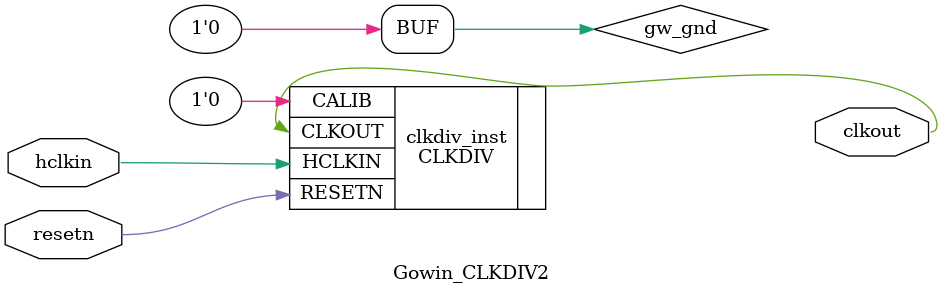
<source format=v>

module Gowin_CLKDIV2 (clkout, hclkin, resetn);

output clkout;
input hclkin;
input resetn;

wire gw_gnd;

assign gw_gnd = 1'b0;

CLKDIV clkdiv_inst (
    .CLKOUT(clkout),
    .HCLKIN(hclkin),
    .RESETN(resetn),
    .CALIB(gw_gnd)
);

defparam clkdiv_inst.DIV_MODE = "2";
defparam clkdiv_inst.GSREN = "false";

endmodule //Gowin_CLKDIV2

</source>
